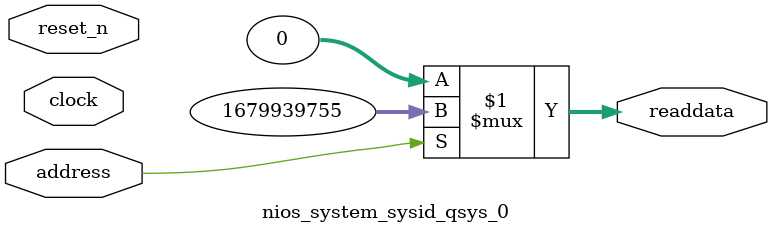
<source format=v>



// synthesis translate_off
`timescale 1ns / 1ps
// synthesis translate_on

// turn off superfluous verilog processor warnings 
// altera message_level Level1 
// altera message_off 10034 10035 10036 10037 10230 10240 10030 

module nios_system_sysid_qsys_0 (
               // inputs:
                address,
                clock,
                reset_n,

               // outputs:
                readdata
             )
;

  output  [ 31: 0] readdata;
  input            address;
  input            clock;
  input            reset_n;

  wire    [ 31: 0] readdata;
  //control_slave, which is an e_avalon_slave
  assign readdata = address ? 1679939755 : 0;

endmodule



</source>
